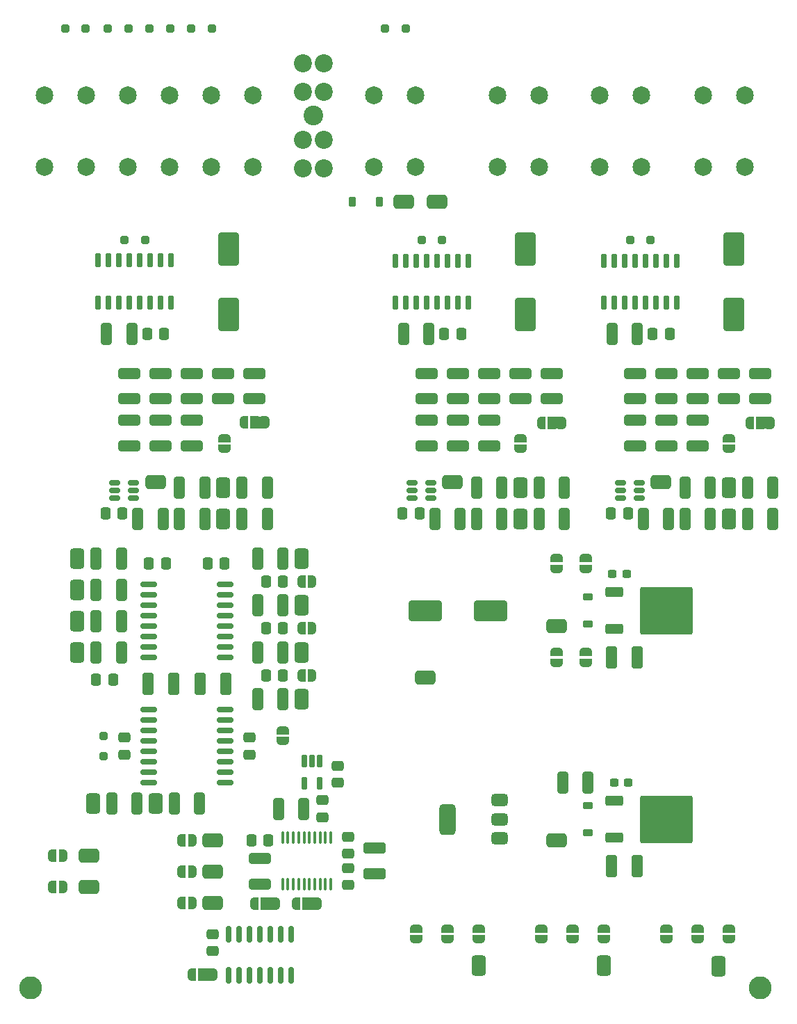
<source format=gbr>
%TF.GenerationSoftware,KiCad,Pcbnew,8.0.2*%
%TF.CreationDate,2025-02-22T15:35:03+01:00*%
%TF.ProjectId,enclosure,656e636c-6f73-4757-9265-2e6b69636164,1.0.0*%
%TF.SameCoordinates,Original*%
%TF.FileFunction,Soldermask,Top*%
%TF.FilePolarity,Negative*%
%FSLAX46Y46*%
G04 Gerber Fmt 4.6, Leading zero omitted, Abs format (unit mm)*
G04 Created by KiCad (PCBNEW 8.0.2) date 2025-02-22 15:35:03*
%MOMM*%
%LPD*%
G01*
G04 APERTURE LIST*
G04 Aperture macros list*
%AMRoundRect*
0 Rectangle with rounded corners*
0 $1 Rounding radius*
0 $2 $3 $4 $5 $6 $7 $8 $9 X,Y pos of 4 corners*
0 Add a 4 corners polygon primitive as box body*
4,1,4,$2,$3,$4,$5,$6,$7,$8,$9,$2,$3,0*
0 Add four circle primitives for the rounded corners*
1,1,$1+$1,$2,$3*
1,1,$1+$1,$4,$5*
1,1,$1+$1,$6,$7*
1,1,$1+$1,$8,$9*
0 Add four rect primitives between the rounded corners*
20,1,$1+$1,$2,$3,$4,$5,0*
20,1,$1+$1,$4,$5,$6,$7,0*
20,1,$1+$1,$6,$7,$8,$9,0*
20,1,$1+$1,$8,$9,$2,$3,0*%
%AMFreePoly0*
4,1,19,0.500000,-0.750000,0.000000,-0.750000,0.000000,-0.744911,-0.071157,-0.744911,-0.207708,-0.704816,-0.327430,-0.627875,-0.420627,-0.520320,-0.479746,-0.390866,-0.500000,-0.250000,-0.500000,0.250000,-0.479746,0.390866,-0.420627,0.520320,-0.327430,0.627875,-0.207708,0.704816,-0.071157,0.744911,0.000000,0.744911,0.000000,0.750000,0.500000,0.750000,0.500000,-0.750000,0.500000,-0.750000,
$1*%
%AMFreePoly1*
4,1,19,0.000000,0.744911,0.071157,0.744911,0.207708,0.704816,0.327430,0.627875,0.420627,0.520320,0.479746,0.390866,0.500000,0.250000,0.500000,-0.250000,0.479746,-0.390866,0.420627,-0.520320,0.327430,-0.627875,0.207708,-0.704816,0.071157,-0.744911,0.000000,-0.744911,0.000000,-0.750000,-0.500000,-0.750000,-0.500000,0.750000,0.000000,0.750000,0.000000,0.744911,0.000000,0.744911,
$1*%
%AMFreePoly2*
4,1,19,0.550000,-0.750000,0.000000,-0.750000,0.000000,-0.744911,-0.071157,-0.744911,-0.207708,-0.704816,-0.327430,-0.627875,-0.420627,-0.520320,-0.479746,-0.390866,-0.500000,-0.250000,-0.500000,0.250000,-0.479746,0.390866,-0.420627,0.520320,-0.327430,0.627875,-0.207708,0.704816,-0.071157,0.744911,0.000000,0.744911,0.000000,0.750000,0.550000,0.750000,0.550000,-0.750000,0.550000,-0.750000,
$1*%
%AMFreePoly3*
4,1,19,0.000000,0.744911,0.071157,0.744911,0.207708,0.704816,0.327430,0.627875,0.420627,0.520320,0.479746,0.390866,0.500000,0.250000,0.500000,-0.250000,0.479746,-0.390866,0.420627,-0.520320,0.327430,-0.627875,0.207708,-0.704816,0.071157,-0.744911,0.000000,-0.744911,0.000000,-0.750000,-0.550000,-0.750000,-0.550000,0.750000,0.000000,0.750000,0.000000,0.744911,0.000000,0.744911,
$1*%
G04 Aperture macros list end*
%ADD10C,0.000000*%
%ADD11RoundRect,0.426829X0.448171X-0.823171X0.448171X0.823171X-0.448171X0.823171X-0.448171X-0.823171X0*%
%ADD12RoundRect,0.162500X-0.162500X0.617500X-0.162500X-0.617500X0.162500X-0.617500X0.162500X0.617500X0*%
%ADD13RoundRect,0.250000X0.400000X1.075000X-0.400000X1.075000X-0.400000X-1.075000X0.400000X-1.075000X0*%
%ADD14RoundRect,0.250000X1.075000X-0.400000X1.075000X0.400000X-1.075000X0.400000X-1.075000X-0.400000X0*%
%ADD15FreePoly0,90.000000*%
%ADD16FreePoly1,90.000000*%
%ADD17RoundRect,0.250000X-0.337500X-0.475000X0.337500X-0.475000X0.337500X0.475000X-0.337500X0.475000X0*%
%ADD18FreePoly0,270.000000*%
%ADD19FreePoly1,270.000000*%
%ADD20RoundRect,0.250000X-0.475000X0.337500X-0.475000X-0.337500X0.475000X-0.337500X0.475000X0.337500X0*%
%ADD21RoundRect,0.250000X-0.400000X-1.075000X0.400000X-1.075000X0.400000X1.075000X-0.400000X1.075000X0*%
%ADD22FreePoly2,180.000000*%
%ADD23R,1.000000X1.500000*%
%ADD24FreePoly3,180.000000*%
%ADD25RoundRect,0.250000X1.000000X-1.750000X1.000000X1.750000X-1.000000X1.750000X-1.000000X-1.750000X0*%
%ADD26RoundRect,0.250000X-1.075000X0.400000X-1.075000X-0.400000X1.075000X-0.400000X1.075000X0.400000X0*%
%ADD27RoundRect,0.426829X0.823171X0.448171X-0.823171X0.448171X-0.823171X-0.448171X0.823171X-0.448171X0*%
%ADD28C,2.162000*%
%ADD29RoundRect,0.250000X0.337500X0.475000X-0.337500X0.475000X-0.337500X-0.475000X0.337500X-0.475000X0*%
%ADD30RoundRect,0.250000X0.475000X-0.337500X0.475000X0.337500X-0.475000X0.337500X-0.475000X-0.337500X0*%
%ADD31RoundRect,0.250000X-0.250000X-0.250000X0.250000X-0.250000X0.250000X0.250000X-0.250000X0.250000X0*%
%ADD32RoundRect,0.150000X-0.512500X-0.150000X0.512500X-0.150000X0.512500X0.150000X-0.512500X0.150000X0*%
%ADD33C,2.800000*%
%ADD34RoundRect,0.225000X-0.375000X0.225000X-0.375000X-0.225000X0.375000X-0.225000X0.375000X0.225000X0*%
%ADD35RoundRect,0.426829X-0.448171X0.823171X-0.448171X-0.823171X0.448171X-0.823171X0.448171X0.823171X0*%
%ADD36RoundRect,0.250000X-0.850000X-0.350000X0.850000X-0.350000X0.850000X0.350000X-0.850000X0.350000X0*%
%ADD37RoundRect,0.249997X-2.950003X-2.650003X2.950003X-2.650003X2.950003X2.650003X-2.950003X2.650003X0*%
%ADD38RoundRect,0.250000X-0.412500X-1.100000X0.412500X-1.100000X0.412500X1.100000X-0.412500X1.100000X0*%
%ADD39FreePoly0,180.000000*%
%ADD40FreePoly1,180.000000*%
%ADD41RoundRect,0.150000X0.150000X-0.725000X0.150000X0.725000X-0.150000X0.725000X-0.150000X-0.725000X0*%
%ADD42RoundRect,0.250000X1.100000X-0.412500X1.100000X0.412500X-1.100000X0.412500X-1.100000X-0.412500X0*%
%ADD43RoundRect,0.225000X-0.225000X-0.375000X0.225000X-0.375000X0.225000X0.375000X-0.225000X0.375000X0*%
%ADD44C,2.400000*%
%ADD45C,2.200000*%
%ADD46FreePoly0,0.000000*%
%ADD47FreePoly1,0.000000*%
%ADD48RoundRect,0.426829X-0.823171X-0.448171X0.823171X-0.448171X0.823171X0.448171X-0.823171X0.448171X0*%
%ADD49RoundRect,0.150000X-0.875000X-0.150000X0.875000X-0.150000X0.875000X0.150000X-0.875000X0.150000X0*%
%ADD50RoundRect,0.250000X0.250000X0.250000X-0.250000X0.250000X-0.250000X-0.250000X0.250000X-0.250000X0*%
%ADD51RoundRect,0.250000X-1.750000X-1.000000X1.750000X-1.000000X1.750000X1.000000X-1.750000X1.000000X0*%
%ADD52RoundRect,0.250000X0.412500X1.100000X-0.412500X1.100000X-0.412500X-1.100000X0.412500X-1.100000X0*%
%ADD53RoundRect,0.375000X0.625000X0.375000X-0.625000X0.375000X-0.625000X-0.375000X0.625000X-0.375000X0*%
%ADD54RoundRect,0.500000X0.500000X1.400000X-0.500000X1.400000X-0.500000X-1.400000X0.500000X-1.400000X0*%
%ADD55RoundRect,0.250000X0.250000X-0.250000X0.250000X0.250000X-0.250000X0.250000X-0.250000X-0.250000X0*%
%ADD56RoundRect,0.100000X-0.100000X0.637500X-0.100000X-0.637500X0.100000X-0.637500X0.100000X0.637500X0*%
%ADD57RoundRect,0.237500X0.300000X0.237500X-0.300000X0.237500X-0.300000X-0.237500X0.300000X-0.237500X0*%
%ADD58RoundRect,0.150000X0.875000X0.150000X-0.875000X0.150000X-0.875000X-0.150000X0.875000X-0.150000X0*%
%ADD59RoundRect,0.150000X0.150000X-0.825000X0.150000X0.825000X-0.150000X0.825000X-0.150000X-0.825000X0*%
G04 APERTURE END LIST*
D10*
%TO.C,JP301*%
G36*
X190505000Y-151657000D02*
G01*
X189205000Y-151657000D01*
X189205000Y-150157000D01*
X190505000Y-150157000D01*
X190505000Y-151657000D01*
G37*
%TO.C,JP801*%
G36*
X245750000Y-93110000D02*
G01*
X244450000Y-93110000D01*
X244450000Y-91610000D01*
X245750000Y-91610000D01*
X245750000Y-93110000D01*
G37*
%TO.C,JP701*%
G36*
X220350000Y-93110000D02*
G01*
X219050000Y-93110000D01*
X219050000Y-91610000D01*
X220350000Y-91610000D01*
X220350000Y-93110000D01*
G37*
%TO.C,JP901*%
G36*
X184155000Y-93092500D02*
G01*
X182855000Y-93092500D01*
X182855000Y-91592500D01*
X184155000Y-91592500D01*
X184155000Y-93092500D01*
G37*
%TO.C,JP102*%
G36*
X185425000Y-151657000D02*
G01*
X184125000Y-151657000D01*
X184125000Y-150157000D01*
X185425000Y-150157000D01*
X185425000Y-151657000D01*
G37*
%TO.C,JP101*%
G36*
X177805000Y-160293000D02*
G01*
X176505000Y-160293000D01*
X176505000Y-158793000D01*
X177805000Y-158793000D01*
X177805000Y-160293000D01*
G37*
%TD*%
D11*
%TO.C,TP208*%
X188570000Y-114585000D03*
%TD*%
D12*
%TO.C,U301*%
X190790000Y-133555000D03*
X189840000Y-133555000D03*
X188890000Y-133555000D03*
X188890000Y-136255000D03*
X190790000Y-136255000D03*
%TD*%
D13*
%TO.C,R402*%
X220600000Y-100234000D03*
X217500000Y-100234000D03*
%TD*%
D14*
%TO.C,R702*%
X207620000Y-95180000D03*
X207620000Y-92080000D03*
%TD*%
D15*
%TO.C,JP103*%
X215240000Y-95550000D03*
D16*
X215240000Y-94250000D03*
%TD*%
D17*
%TO.C,C302*%
X182452500Y-143160000D03*
X184527500Y-143160000D03*
%TD*%
D14*
%TO.C,R805*%
X233020000Y-89465000D03*
X233020000Y-86365000D03*
%TD*%
D18*
%TO.C,JP1002*%
X219685000Y-120285000D03*
D19*
X219685000Y-121585000D03*
%TD*%
D14*
%TO.C,R902*%
X171425000Y-95162500D03*
X171425000Y-92062500D03*
%TD*%
D11*
%TO.C,TP206*%
X170790000Y-138715000D03*
%TD*%
D20*
%TO.C,C204*%
X166980000Y-130692500D03*
X166980000Y-132767500D03*
%TD*%
D13*
%TO.C,R603*%
X176785000Y-104044000D03*
X173685000Y-104044000D03*
%TD*%
D14*
%TO.C,R906*%
X175235000Y-89447500D03*
X175235000Y-86347500D03*
%TD*%
%TO.C,R903*%
X175235000Y-95162500D03*
X175235000Y-92062500D03*
%TD*%
D21*
%TO.C,R206*%
X173050000Y-138715000D03*
X176150000Y-138715000D03*
%TD*%
D22*
%TO.C,JP301*%
X190505000Y-150907000D03*
D23*
X189205000Y-150907000D03*
D24*
X187905000Y-150907000D03*
%TD*%
D25*
%TO.C,C801*%
X241275000Y-79215000D03*
X241275000Y-71215000D03*
%TD*%
D21*
%TO.C,R203*%
X163525000Y-112680000D03*
X166625000Y-112680000D03*
%TD*%
D11*
%TO.C,TP210*%
X188570000Y-126015000D03*
%TD*%
D26*
%TO.C,R302*%
X183490000Y-145420000D03*
X183490000Y-148520000D03*
%TD*%
D21*
%TO.C,R204*%
X163525000Y-116490000D03*
X166625000Y-116490000D03*
%TD*%
D14*
%TO.C,R801*%
X229210000Y-95180000D03*
X229210000Y-92080000D03*
%TD*%
D27*
%TO.C,TP1007*%
X203683000Y-123348000D03*
%TD*%
D28*
%TO.C,J101*%
X182660000Y-61200000D03*
X182660000Y-52500000D03*
X177580000Y-61200000D03*
X177580000Y-52500000D03*
X172500000Y-61200000D03*
X172500000Y-52500000D03*
X167420000Y-61200000D03*
X167420000Y-52500000D03*
X162340000Y-61200000D03*
X162340000Y-52500000D03*
X157260000Y-61200000D03*
X157260000Y-52500000D03*
%TD*%
D20*
%TO.C,C301*%
X193015000Y-134100000D03*
X193015000Y-136175000D03*
%TD*%
D21*
%TO.C,R301*%
X185750000Y-139350000D03*
X188850000Y-139350000D03*
%TD*%
D29*
%TO.C,C202*%
X165626000Y-123602000D03*
X163551000Y-123602000D03*
%TD*%
D30*
%TO.C,C101*%
X177775000Y-156665000D03*
X177775000Y-154590000D03*
%TD*%
D31*
%TO.C,D201*%
X175128000Y-44354000D03*
X177628000Y-44354000D03*
%TD*%
D32*
%TO.C,U401*%
X202037500Y-99665000D03*
X202037500Y-100615000D03*
X202037500Y-101565000D03*
X204312500Y-101565000D03*
X204312500Y-100615000D03*
X204312500Y-99665000D03*
%TD*%
D33*
%TO.C,REF\u002A\u002A*%
X155550000Y-161180000D03*
%TD*%
D34*
%TO.C,D1003*%
X223495000Y-113570000D03*
X223495000Y-116870000D03*
%TD*%
D35*
%TO.C,TP204*%
X161265000Y-120300000D03*
%TD*%
D36*
%TO.C,U1001*%
X226720000Y-112940000D03*
D37*
X233020000Y-115220000D03*
D36*
X226720000Y-117500000D03*
%TD*%
D11*
%TO.C,TP501*%
X240640000Y-100234000D03*
%TD*%
D14*
%TO.C,R807*%
X244450000Y-89465000D03*
X244450000Y-86365000D03*
%TD*%
%TO.C,R808*%
X240640000Y-89465000D03*
X240640000Y-86365000D03*
%TD*%
D38*
%TO.C,C201*%
X169862500Y-124110000D03*
X172987500Y-124110000D03*
%TD*%
D39*
%TO.C,JP121*%
X175250000Y-146970000D03*
D40*
X173950000Y-146970000D03*
%TD*%
D41*
%TO.C,U701*%
X200000000Y-77790000D03*
X201270000Y-77790000D03*
X202540000Y-77790000D03*
X203810000Y-77790000D03*
X205080000Y-77790000D03*
X206350000Y-77790000D03*
X207620000Y-77790000D03*
X208890000Y-77790000D03*
X208890000Y-72640000D03*
X207620000Y-72640000D03*
X206350000Y-72640000D03*
X205080000Y-72640000D03*
X203810000Y-72640000D03*
X202540000Y-72640000D03*
X201270000Y-72640000D03*
X200000000Y-72640000D03*
%TD*%
D29*
%TO.C,C802*%
X233422500Y-81565000D03*
X231347500Y-81565000D03*
%TD*%
%TO.C,C207*%
X179215000Y-109505000D03*
X177140000Y-109505000D03*
%TD*%
D14*
%TO.C,R802*%
X233020000Y-95180000D03*
X233020000Y-92080000D03*
%TD*%
D20*
%TO.C,C303*%
X191110000Y-138312500D03*
X191110000Y-140387500D03*
%TD*%
D15*
%TO.C,JP110*%
X206350000Y-155240000D03*
D16*
X206350000Y-153940000D03*
%TD*%
D42*
%TO.C,C306*%
X197460000Y-147262500D03*
X197460000Y-144137500D03*
%TD*%
D13*
%TO.C,R201*%
X168530000Y-138715000D03*
X165430000Y-138715000D03*
%TD*%
D14*
%TO.C,R904*%
X167615000Y-89447500D03*
X167615000Y-86347500D03*
%TD*%
%TO.C,R806*%
X236830000Y-89465000D03*
X236830000Y-86365000D03*
%TD*%
D15*
%TO.C,JP108*%
X236830000Y-155240000D03*
D16*
X236830000Y-153940000D03*
%TD*%
D43*
%TO.C,D1002*%
X194794000Y-65436000D03*
X198094000Y-65436000D03*
%TD*%
D11*
%TO.C,TP207*%
X188570000Y-108870000D03*
%TD*%
D14*
%TO.C,R706*%
X211430000Y-89465000D03*
X211430000Y-86365000D03*
%TD*%
%TO.C,R908*%
X179045000Y-89447500D03*
X179045000Y-86347500D03*
%TD*%
D13*
%TO.C,R404*%
X220600000Y-104044000D03*
X217500000Y-104044000D03*
%TD*%
D35*
%TO.C,TP201*%
X161265000Y-108870000D03*
%TD*%
D30*
%TO.C,C305*%
X194285000Y-148642500D03*
X194285000Y-146567500D03*
%TD*%
D44*
%TO.C,F1002*%
X190000000Y-55000000D03*
D45*
X188750000Y-61400000D03*
X191250000Y-61400000D03*
X188750000Y-57900000D03*
X191250000Y-57900000D03*
X188750000Y-52100000D03*
X191250000Y-52100000D03*
X188750000Y-48600000D03*
X191250000Y-48600000D03*
%TD*%
D17*
%TO.C,C209*%
X184230500Y-117379000D03*
X186305500Y-117379000D03*
%TD*%
D46*
%TO.C,JP112*%
X188555000Y-111664000D03*
D47*
X189855000Y-111664000D03*
%TD*%
D46*
%TO.C,JP113*%
X188555000Y-117379000D03*
D47*
X189855000Y-117379000D03*
%TD*%
D11*
%TO.C,TP502*%
X240640000Y-104044000D03*
%TD*%
D15*
%TO.C,JP107*%
X217780000Y-155240000D03*
D16*
X217780000Y-153940000D03*
%TD*%
D18*
%TO.C,JP1001*%
X223235000Y-120285000D03*
D19*
X223235000Y-121585000D03*
%TD*%
D14*
%TO.C,R701*%
X203810000Y-95180000D03*
X203810000Y-92080000D03*
%TD*%
D13*
%TO.C,R504*%
X246000000Y-104044000D03*
X242900000Y-104044000D03*
%TD*%
D21*
%TO.C,R909*%
X164795000Y-81547500D03*
X167895000Y-81547500D03*
%TD*%
D11*
%TO.C,TP302*%
X239370000Y-158497000D03*
%TD*%
D22*
%TO.C,JP801*%
X245750000Y-92360000D03*
D23*
X244450000Y-92360000D03*
D24*
X243150000Y-92360000D03*
%TD*%
D39*
%TO.C,JP122*%
X175250000Y-143160000D03*
D40*
X173950000Y-143160000D03*
%TD*%
D14*
%TO.C,R707*%
X219050000Y-89465000D03*
X219050000Y-86365000D03*
%TD*%
D35*
%TO.C,TP202*%
X161265000Y-112680000D03*
%TD*%
D15*
%TO.C,JP118*%
X210160000Y-155240000D03*
D16*
X210160000Y-153940000D03*
%TD*%
D21*
%TO.C,R205*%
X163525000Y-120300000D03*
X166625000Y-120300000D03*
%TD*%
D17*
%TO.C,C210*%
X184230500Y-123094000D03*
X186305500Y-123094000D03*
%TD*%
D13*
%TO.C,R502*%
X246000000Y-100234000D03*
X242900000Y-100234000D03*
%TD*%
D32*
%TO.C,U601*%
X165842500Y-99665000D03*
X165842500Y-100615000D03*
X165842500Y-101565000D03*
X168117500Y-101565000D03*
X168117500Y-100615000D03*
X168117500Y-99665000D03*
%TD*%
D48*
%TO.C,TP1001*%
X201016000Y-65436000D03*
%TD*%
D46*
%TO.C,JP114*%
X188555000Y-123094000D03*
D47*
X189855000Y-123094000D03*
%TD*%
D14*
%TO.C,R804*%
X229210000Y-89465000D03*
X229210000Y-86365000D03*
%TD*%
D49*
%TO.C,U201*%
X169950000Y-112045000D03*
X169950000Y-113315000D03*
X169950000Y-114585000D03*
X169950000Y-115855000D03*
X169950000Y-117125000D03*
X169950000Y-118395000D03*
X169950000Y-119665000D03*
X169950000Y-120935000D03*
X179250000Y-120935000D03*
X179250000Y-119665000D03*
X179250000Y-118395000D03*
X179250000Y-117125000D03*
X179250000Y-115855000D03*
X179250000Y-114585000D03*
X179250000Y-113315000D03*
X179250000Y-112045000D03*
%TD*%
D14*
%TO.C,R704*%
X203810000Y-89465000D03*
X203810000Y-86365000D03*
%TD*%
D48*
%TO.C,TP304*%
X162662000Y-148875000D03*
%TD*%
D28*
%TO.C,J104*%
X242560000Y-61200000D03*
X242560000Y-52500000D03*
X237480000Y-61200000D03*
X237480000Y-52500000D03*
%TD*%
D41*
%TO.C,U901*%
X163805000Y-77772500D03*
X165075000Y-77772500D03*
X166345000Y-77772500D03*
X167615000Y-77772500D03*
X168885000Y-77772500D03*
X170155000Y-77772500D03*
X171425000Y-77772500D03*
X172695000Y-77772500D03*
X172695000Y-72622500D03*
X171425000Y-72622500D03*
X170155000Y-72622500D03*
X168885000Y-72622500D03*
X167615000Y-72622500D03*
X166345000Y-72622500D03*
X165075000Y-72622500D03*
X163805000Y-72622500D03*
%TD*%
D48*
%TO.C,TP307*%
X177775000Y-143160000D03*
%TD*%
D13*
%TO.C,R601*%
X176785000Y-100234000D03*
X173685000Y-100234000D03*
%TD*%
%TO.C,R604*%
X184405000Y-104044000D03*
X181305000Y-104044000D03*
%TD*%
D50*
%TO.C,D1001*%
X201250000Y-44354000D03*
X198750000Y-44354000D03*
%TD*%
D41*
%TO.C,U801*%
X225400000Y-77790000D03*
X226670000Y-77790000D03*
X227940000Y-77790000D03*
X229210000Y-77790000D03*
X230480000Y-77790000D03*
X231750000Y-77790000D03*
X233020000Y-77790000D03*
X234290000Y-77790000D03*
X234290000Y-72640000D03*
X233020000Y-72640000D03*
X231750000Y-72640000D03*
X230480000Y-72640000D03*
X229210000Y-72640000D03*
X227940000Y-72640000D03*
X226670000Y-72640000D03*
X225400000Y-72640000D03*
%TD*%
D48*
%TO.C,TP308*%
X162662000Y-145065000D03*
%TD*%
D30*
%TO.C,C304*%
X194285000Y-144832500D03*
X194285000Y-142757500D03*
%TD*%
D20*
%TO.C,C205*%
X182220000Y-130692500D03*
X182220000Y-132767500D03*
%TD*%
D39*
%TO.C,JP120*%
X175250000Y-150780000D03*
D40*
X173950000Y-150780000D03*
%TD*%
D21*
%TO.C,R210*%
X183210000Y-120300000D03*
X186310000Y-120300000D03*
%TD*%
D48*
%TO.C,TP305*%
X177775000Y-150780000D03*
%TD*%
D17*
%TO.C,C203*%
X169985000Y-109505000D03*
X172060000Y-109505000D03*
%TD*%
D35*
%TO.C,TP203*%
X161265000Y-116490000D03*
%TD*%
D15*
%TO.C,JP104*%
X240640000Y-95550000D03*
D16*
X240640000Y-94250000D03*
%TD*%
D50*
%TO.C,D901*%
X169500000Y-70117500D03*
X167000000Y-70117500D03*
%TD*%
D11*
%TO.C,TP602*%
X179045000Y-104044000D03*
%TD*%
D36*
%TO.C,U1002*%
X226720000Y-138340000D03*
D37*
X233020000Y-140620000D03*
D36*
X226720000Y-142900000D03*
%TD*%
D14*
%TO.C,R901*%
X167615000Y-95162500D03*
X167615000Y-92062500D03*
%TD*%
D13*
%TO.C,R605*%
X171705000Y-104044000D03*
X168605000Y-104044000D03*
%TD*%
D15*
%TO.C,JP111*%
X202540000Y-155240000D03*
D16*
X202540000Y-153940000D03*
%TD*%
D27*
%TO.C,TP503*%
X232385000Y-99599000D03*
%TD*%
D18*
%TO.C,JP115*%
X186284000Y-129810000D03*
D19*
X186284000Y-131110000D03*
%TD*%
D51*
%TO.C,C1001*%
X203620000Y-115220000D03*
X211620000Y-115220000D03*
%TD*%
D52*
%TO.C,C1004*%
X229502500Y-120935000D03*
X226377500Y-120935000D03*
%TD*%
D13*
%TO.C,R602*%
X184405000Y-100234000D03*
X181305000Y-100234000D03*
%TD*%
D14*
%TO.C,R905*%
X171425000Y-89447500D03*
X171425000Y-86347500D03*
%TD*%
D11*
%TO.C,TP205*%
X163170000Y-138715000D03*
%TD*%
D39*
%TO.C,JP123*%
X159502000Y-145065000D03*
D40*
X158202000Y-145065000D03*
%TD*%
D14*
%TO.C,R803*%
X236830000Y-95180000D03*
X236830000Y-92080000D03*
%TD*%
D15*
%TO.C,JP116*%
X225400000Y-155240000D03*
D16*
X225400000Y-153940000D03*
%TD*%
D21*
%TO.C,R209*%
X183210000Y-114585000D03*
X186310000Y-114585000D03*
%TD*%
D13*
%TO.C,R501*%
X238380000Y-100234000D03*
X235280000Y-100234000D03*
%TD*%
D53*
%TO.C,Q1001*%
X212675000Y-142920000D03*
X212675000Y-140620000D03*
D54*
X206375000Y-140620000D03*
D53*
X212675000Y-138320000D03*
%TD*%
D15*
%TO.C,JP1004*%
X223235000Y-110155000D03*
D16*
X223235000Y-108855000D03*
%TD*%
D27*
%TO.C,TP403*%
X206985000Y-99599000D03*
%TD*%
%TO.C,TP1008*%
X219685000Y-117125000D03*
%TD*%
D34*
%TO.C,D1004*%
X223495000Y-138970000D03*
X223495000Y-142270000D03*
%TD*%
D55*
%TO.C,D205*%
X164440000Y-132980000D03*
X164440000Y-130480000D03*
%TD*%
D22*
%TO.C,JP701*%
X220350000Y-92360000D03*
D23*
X219050000Y-92360000D03*
D24*
X217750000Y-92360000D03*
%TD*%
D31*
%TO.C,D202*%
X170048000Y-44354000D03*
X172548000Y-44354000D03*
%TD*%
D25*
%TO.C,C701*%
X215875000Y-79215000D03*
X215875000Y-71215000D03*
%TD*%
D48*
%TO.C,TP306*%
X177775000Y-146970000D03*
%TD*%
D21*
%TO.C,R202*%
X163525000Y-108870000D03*
X166625000Y-108870000D03*
%TD*%
D31*
%TO.C,D203*%
X164968000Y-44354000D03*
X167468000Y-44354000D03*
%TD*%
D48*
%TO.C,TP1002*%
X205080000Y-65436000D03*
%TD*%
D14*
%TO.C,R907*%
X182855000Y-89447500D03*
X182855000Y-86347500D03*
%TD*%
D50*
%TO.C,D801*%
X231095000Y-70135000D03*
X228595000Y-70135000D03*
%TD*%
D56*
%TO.C,U302*%
X192130000Y-142837500D03*
X191480000Y-142837500D03*
X190830000Y-142837500D03*
X190180000Y-142837500D03*
X189530000Y-142837500D03*
X188880000Y-142837500D03*
X188230000Y-142837500D03*
X187580000Y-142837500D03*
X186930000Y-142837500D03*
X186280000Y-142837500D03*
X186280000Y-148562500D03*
X186930000Y-148562500D03*
X187580000Y-148562500D03*
X188230000Y-148562500D03*
X188880000Y-148562500D03*
X189530000Y-148562500D03*
X190180000Y-148562500D03*
X190830000Y-148562500D03*
X191480000Y-148562500D03*
X192130000Y-148562500D03*
%TD*%
D11*
%TO.C,TP303*%
X210160000Y-158400000D03*
%TD*%
D33*
%TO.C,REF\u002A\u002A*%
X244450000Y-161180000D03*
%TD*%
D57*
%TO.C,C1003*%
X228395000Y-136175000D03*
X226670000Y-136175000D03*
%TD*%
D17*
%TO.C,C208*%
X184230500Y-111664000D03*
X186305500Y-111664000D03*
%TD*%
D31*
%TO.C,D204*%
X159761000Y-44354000D03*
X162261000Y-44354000D03*
%TD*%
D21*
%TO.C,R709*%
X200990000Y-81565000D03*
X204090000Y-81565000D03*
%TD*%
D14*
%TO.C,R705*%
X207620000Y-89465000D03*
X207620000Y-86365000D03*
%TD*%
D57*
%TO.C,C1002*%
X228167500Y-110775000D03*
X226442500Y-110775000D03*
%TD*%
D50*
%TO.C,D701*%
X205695000Y-70135000D03*
X203195000Y-70135000D03*
%TD*%
D15*
%TO.C,JP109*%
X233020000Y-155240000D03*
D16*
X233020000Y-153940000D03*
%TD*%
D14*
%TO.C,R703*%
X211430000Y-95180000D03*
X211430000Y-92080000D03*
%TD*%
D13*
%TO.C,R207*%
X186310000Y-126015000D03*
X183210000Y-126015000D03*
%TD*%
%TO.C,R403*%
X212980000Y-104044000D03*
X209880000Y-104044000D03*
%TD*%
D22*
%TO.C,JP901*%
X184155000Y-92342500D03*
D23*
X182855000Y-92342500D03*
D24*
X181555000Y-92342500D03*
%TD*%
D22*
%TO.C,JP102*%
X185425000Y-150907000D03*
D23*
X184125000Y-150907000D03*
D24*
X182825000Y-150907000D03*
%TD*%
D17*
%TO.C,C501*%
X226267500Y-103409000D03*
X228342500Y-103409000D03*
%TD*%
D32*
%TO.C,U501*%
X227437500Y-99665000D03*
X227437500Y-100615000D03*
X227437500Y-101565000D03*
X229712500Y-101565000D03*
X229712500Y-100615000D03*
X229712500Y-99665000D03*
%TD*%
D29*
%TO.C,C702*%
X208022500Y-81565000D03*
X205947500Y-81565000D03*
%TD*%
D13*
%TO.C,R401*%
X212980000Y-100234000D03*
X209880000Y-100234000D03*
%TD*%
D39*
%TO.C,JP119*%
X159502000Y-148875000D03*
D40*
X158202000Y-148875000D03*
%TD*%
D11*
%TO.C,TP209*%
X188570000Y-120300000D03*
%TD*%
D52*
%TO.C,C1005*%
X229502500Y-146335000D03*
X226377500Y-146335000D03*
%TD*%
D28*
%TO.C,J103*%
X230000000Y-61200000D03*
X230000000Y-52500000D03*
X224920000Y-61200000D03*
X224920000Y-52500000D03*
%TD*%
D13*
%TO.C,R405*%
X207900000Y-104044000D03*
X204800000Y-104044000D03*
%TD*%
D21*
%TO.C,R809*%
X226390000Y-81565000D03*
X229490000Y-81565000D03*
%TD*%
D48*
%TO.C,TP1009*%
X219685000Y-143160000D03*
%TD*%
D21*
%TO.C,R1001*%
X220395000Y-136175000D03*
X223495000Y-136175000D03*
%TD*%
D15*
%TO.C,JP106*%
X221590000Y-155240000D03*
D16*
X221590000Y-153940000D03*
%TD*%
D58*
%TO.C,U202*%
X179250000Y-136175000D03*
X179250000Y-134905000D03*
X179250000Y-133635000D03*
X179250000Y-132365000D03*
X179250000Y-131095000D03*
X179250000Y-129825000D03*
X179250000Y-128555000D03*
X179250000Y-127285000D03*
X169950000Y-127285000D03*
X169950000Y-128555000D03*
X169950000Y-129825000D03*
X169950000Y-131095000D03*
X169950000Y-132365000D03*
X169950000Y-133635000D03*
X169950000Y-134905000D03*
X169950000Y-136175000D03*
%TD*%
D22*
%TO.C,JP101*%
X177805000Y-159543000D03*
D23*
X176505000Y-159543000D03*
D24*
X175205000Y-159543000D03*
%TD*%
D28*
%TO.C,J105*%
X217500000Y-61200000D03*
X217500000Y-52500000D03*
X212420000Y-61200000D03*
X212420000Y-52500000D03*
%TD*%
D17*
%TO.C,C601*%
X164672500Y-103409000D03*
X166747500Y-103409000D03*
%TD*%
D21*
%TO.C,R208*%
X183210000Y-108870000D03*
X186310000Y-108870000D03*
%TD*%
D29*
%TO.C,C902*%
X171827500Y-81547500D03*
X169752500Y-81547500D03*
%TD*%
D11*
%TO.C,TP402*%
X215240000Y-104044000D03*
%TD*%
D13*
%TO.C,R505*%
X233300000Y-104044000D03*
X230200000Y-104044000D03*
%TD*%
D17*
%TO.C,C401*%
X200867500Y-103409000D03*
X202942500Y-103409000D03*
%TD*%
D59*
%TO.C,U101*%
X179680000Y-159605000D03*
X180950000Y-159605000D03*
X182220000Y-159605000D03*
X183490000Y-159605000D03*
X184760000Y-159605000D03*
X186030000Y-159605000D03*
X187300000Y-159605000D03*
X187300000Y-154655000D03*
X186030000Y-154655000D03*
X184760000Y-154655000D03*
X183490000Y-154655000D03*
X182220000Y-154655000D03*
X180950000Y-154655000D03*
X179680000Y-154655000D03*
%TD*%
D11*
%TO.C,TP401*%
X215240000Y-100234000D03*
%TD*%
D15*
%TO.C,JP105*%
X179172000Y-95550000D03*
D16*
X179172000Y-94250000D03*
%TD*%
D11*
%TO.C,TP301*%
X225400000Y-158400000D03*
%TD*%
D28*
%TO.C,J102*%
X202500000Y-61200000D03*
X202500000Y-52500000D03*
X197420000Y-61200000D03*
X197420000Y-52500000D03*
%TD*%
D25*
%TO.C,C901*%
X179680000Y-79197500D03*
X179680000Y-71197500D03*
%TD*%
D14*
%TO.C,R708*%
X215240000Y-89465000D03*
X215240000Y-86365000D03*
%TD*%
D27*
%TO.C,TP603*%
X170790000Y-99599000D03*
%TD*%
D13*
%TO.C,R503*%
X238380000Y-104044000D03*
X235280000Y-104044000D03*
%TD*%
D15*
%TO.C,JP117*%
X240640000Y-155240000D03*
D16*
X240640000Y-153940000D03*
%TD*%
D52*
%TO.C,C206*%
X179337500Y-124110000D03*
X176212500Y-124110000D03*
%TD*%
D11*
%TO.C,TP601*%
X179045000Y-100234000D03*
%TD*%
D15*
%TO.C,JP1003*%
X219685000Y-110155000D03*
D16*
X219685000Y-108855000D03*
%TD*%
M02*

</source>
